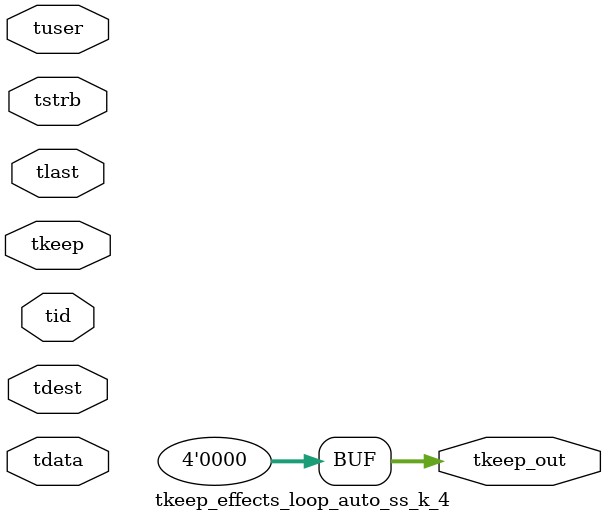
<source format=v>


`timescale 1ps/1ps

module tkeep_effects_loop_auto_ss_k_4 #
(
parameter C_S_AXIS_TDATA_WIDTH = 32,
parameter C_S_AXIS_TUSER_WIDTH = 0,
parameter C_S_AXIS_TID_WIDTH   = 0,
parameter C_S_AXIS_TDEST_WIDTH = 0,
parameter C_M_AXIS_TDATA_WIDTH = 32
)
(
input  [(C_S_AXIS_TDATA_WIDTH == 0 ? 1 : C_S_AXIS_TDATA_WIDTH)-1:0     ] tdata,
input  [(C_S_AXIS_TUSER_WIDTH == 0 ? 1 : C_S_AXIS_TUSER_WIDTH)-1:0     ] tuser,
input  [(C_S_AXIS_TID_WIDTH   == 0 ? 1 : C_S_AXIS_TID_WIDTH)-1:0       ] tid,
input  [(C_S_AXIS_TDEST_WIDTH == 0 ? 1 : C_S_AXIS_TDEST_WIDTH)-1:0     ] tdest,
input  [(C_S_AXIS_TDATA_WIDTH/8)-1:0 ] tkeep,
input  [(C_S_AXIS_TDATA_WIDTH/8)-1:0 ] tstrb,
input                                                                    tlast,
output [(C_M_AXIS_TDATA_WIDTH/8)-1:0 ] tkeep_out
);

assign tkeep_out = {1'b0};

endmodule


</source>
